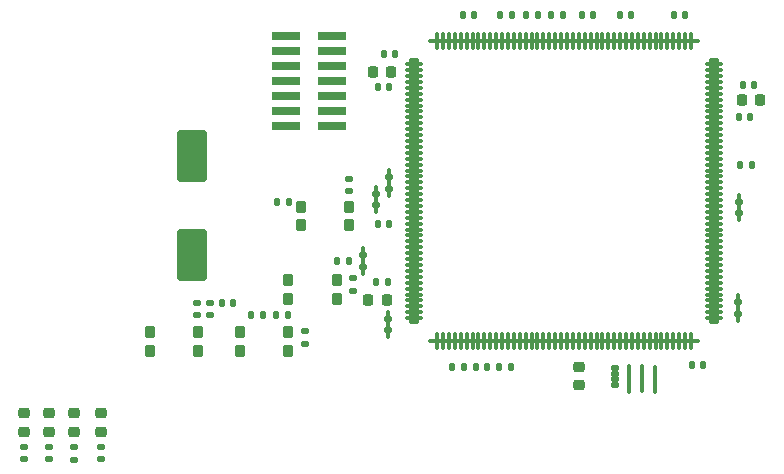
<source format=gbr>
<<<<<<< HEAD
%TF.GenerationSoftware,KiCad,Pcbnew,9.0.0*%
%TF.CreationDate,2025-03-28T10:16:05+01:00*%
%TF.ProjectId,test1,74657374-312e-46b6-9963-61645f706362,rev?*%
%TF.SameCoordinates,Original*%
%TF.FileFunction,Paste,Top*%
%TF.FilePolarity,Positive*%
%FSLAX46Y46*%
G04 Gerber Fmt 4.6, Leading zero omitted, Abs format (unit mm)*
G04 Created by KiCad (PCBNEW 9.0.0) date 2025-03-28 10:16:05*
%MOMM*%
%LPD*%
G01*
G04 APERTURE LIST*
G04 Aperture macros list*
%AMRoundRect*
0 Rectangle with rounded corners*
0 $1 Rounding radius*
0 $2 $3 $4 $5 $6 $7 $8 $9 X,Y pos of 4 corners*
0 Add a 4 corners polygon primitive as box body*
4,1,4,$2,$3,$4,$5,$6,$7,$8,$9,$2,$3,0*
0 Add four circle primitives for the rounded corners*
1,1,$1+$1,$2,$3*
1,1,$1+$1,$4,$5*
1,1,$1+$1,$6,$7*
1,1,$1+$1,$8,$9*
0 Add four rect primitives between the rounded corners*
20,1,$1+$1,$2,$3,$4,$5,0*
20,1,$1+$1,$4,$5,$6,$7,0*
20,1,$1+$1,$6,$7,$8,$9,0*
20,1,$1+$1,$8,$9,$2,$3,0*%
G04 Aperture macros list end*
%ADD10RoundRect,0.135000X0.185000X-0.135000X0.185000X0.135000X-0.185000X0.135000X-0.185000X-0.135000X0*%
%ADD11RoundRect,0.140000X-0.140000X-0.170000X0.140000X-0.170000X0.140000X0.170000X-0.140000X0.170000X0*%
%ADD12RoundRect,0.225000X-0.225000X-0.250000X0.225000X-0.250000X0.225000X0.250000X-0.225000X0.250000X0*%
%ADD13RoundRect,0.140000X-0.170000X0.140000X-0.170000X-0.140000X0.170000X-0.140000X0.170000X0.140000X0*%
%ADD14RoundRect,0.075000X0.075000X-0.675000X0.075000X0.675000X-0.075000X0.675000X-0.075000X-0.675000X0*%
%ADD15RoundRect,0.075000X0.675000X-0.075000X0.675000X0.075000X-0.675000X0.075000X-0.675000X-0.075000X0*%
%ADD16RoundRect,0.225000X-0.225000X-0.275000X0.225000X-0.275000X0.225000X0.275000X-0.225000X0.275000X0*%
%ADD17RoundRect,0.140000X0.140000X0.170000X-0.140000X0.170000X-0.140000X-0.170000X0.140000X-0.170000X0*%
%ADD18RoundRect,0.218750X0.256250X-0.218750X0.256250X0.218750X-0.256250X0.218750X-0.256250X-0.218750X0*%
%ADD19RoundRect,0.135000X-0.185000X0.135000X-0.185000X-0.135000X0.185000X-0.135000X0.185000X0.135000X0*%
%ADD20RoundRect,0.135000X-0.135000X-0.185000X0.135000X-0.185000X0.135000X0.185000X-0.135000X0.185000X0*%
%ADD21R,2.400000X0.740000*%
%ADD22RoundRect,0.250000X-1.000000X1.950000X-1.000000X-1.950000X1.000000X-1.950000X1.000000X1.950000X0*%
%ADD23RoundRect,0.225000X0.225000X0.250000X-0.225000X0.250000X-0.225000X-0.250000X0.225000X-0.250000X0*%
%ADD24RoundRect,0.135000X0.135000X0.185000X-0.135000X0.185000X-0.135000X-0.185000X0.135000X-0.185000X0*%
%ADD25RoundRect,0.225000X-0.250000X0.225000X-0.250000X-0.225000X0.250000X-0.225000X0.250000X0.225000X0*%
%ADD26RoundRect,0.140000X0.170000X-0.140000X0.170000X0.140000X-0.170000X0.140000X-0.170000X-0.140000X0*%
G04 APERTURE END LIST*
D10*
%TO.C,R13*%
X59000000Y-91020000D03*
X59000000Y-90000000D03*
%TD*%
D11*
%TO.C,C12*%
X81520000Y-95400000D03*
X82480000Y-95400000D03*
%TD*%
%TO.C,C19*%
X103920000Y-78300000D03*
X104880000Y-78300000D03*
%TD*%
D12*
%TO.C,C37*%
X104025000Y-72800000D03*
X105575000Y-72800000D03*
%TD*%
D13*
%TO.C,C36*%
X96700000Y-95940000D03*
X96700000Y-96900000D03*
%TD*%
D14*
%TO.C,U1*%
X78250000Y-93175000D03*
X78750000Y-93175000D03*
X79250000Y-93175000D03*
X79750000Y-93175000D03*
X80250000Y-93175000D03*
X80750000Y-93175000D03*
X81250000Y-93175000D03*
X81750000Y-93175000D03*
X82250000Y-93175000D03*
X82750000Y-93175000D03*
X83250000Y-93175000D03*
X83750000Y-93175000D03*
X84250000Y-93175000D03*
X84750000Y-93175000D03*
X85250000Y-93175000D03*
X85750000Y-93175000D03*
X86250000Y-93175000D03*
X86750000Y-93175000D03*
X87250000Y-93175000D03*
X87750000Y-93175000D03*
X88250000Y-93175000D03*
X88750000Y-93175000D03*
X89250000Y-93175000D03*
X89750000Y-93175000D03*
X90250000Y-93175000D03*
X90750000Y-93175000D03*
X91250000Y-93175000D03*
X91750000Y-93175000D03*
X92250000Y-93175000D03*
X92750000Y-93175000D03*
X93250000Y-93175000D03*
X93750000Y-93175000D03*
X94250000Y-93175000D03*
X94750000Y-93175000D03*
X95250000Y-93175000D03*
X95750000Y-93175000D03*
X96250000Y-93175000D03*
X96750000Y-93175000D03*
X97250000Y-93175000D03*
X97750000Y-93175000D03*
X98250000Y-93175000D03*
X98750000Y-93175000D03*
X99250000Y-93175000D03*
X99750000Y-93175000D03*
D15*
X101675000Y-91250000D03*
X101675000Y-90750000D03*
X101675000Y-90250000D03*
X101675000Y-89750000D03*
X101675000Y-89250000D03*
X101675000Y-88750000D03*
X101675000Y-88250000D03*
X101675000Y-87750000D03*
X101675000Y-87250000D03*
X101675000Y-86750000D03*
X101675000Y-86250000D03*
X101675000Y-85750000D03*
X101675000Y-85250000D03*
X101675000Y-84750000D03*
X101675000Y-84250000D03*
X101675000Y-83750000D03*
X101675000Y-83250000D03*
X101675000Y-82750000D03*
X101675000Y-82250000D03*
X101675000Y-81750000D03*
X101675000Y-81250000D03*
X101675000Y-80750000D03*
X101675000Y-80250000D03*
X101675000Y-79750000D03*
X101675000Y-79250000D03*
X101675000Y-78750000D03*
X101675000Y-78250000D03*
X101675000Y-77750000D03*
X101675000Y-77250000D03*
X101675000Y-76750000D03*
X101675000Y-76250000D03*
X101675000Y-75750000D03*
X101675000Y-75250000D03*
X101675000Y-74750000D03*
X101675000Y-74250000D03*
X101675000Y-73750000D03*
X101675000Y-73250000D03*
X101675000Y-72750000D03*
X101675000Y-72250000D03*
X101675000Y-71750000D03*
X101675000Y-71250000D03*
X101675000Y-70750000D03*
X101675000Y-70250000D03*
X101675000Y-69750000D03*
D14*
X99750000Y-67825000D03*
X99250000Y-67825000D03*
X98750000Y-67825000D03*
X98250000Y-67825000D03*
X97750000Y-67825000D03*
X97250000Y-67825000D03*
X96750000Y-67825000D03*
X96250000Y-67825000D03*
X95750000Y-67825000D03*
X95250000Y-67825000D03*
X94750000Y-67825000D03*
X94250000Y-67825000D03*
X93750000Y-67825000D03*
X93250000Y-67825000D03*
X92750000Y-67825000D03*
X92250000Y-67825000D03*
X91750000Y-67825000D03*
X91250000Y-67825000D03*
X90750000Y-67825000D03*
X90250000Y-67825000D03*
X89750000Y-67825000D03*
X89250000Y-67825000D03*
X88750000Y-67825000D03*
X88250000Y-67825000D03*
X87750000Y-67825000D03*
X87250000Y-67825000D03*
X86750000Y-67825000D03*
X86250000Y-67825000D03*
X85750000Y-67825000D03*
X85250000Y-67825000D03*
X84750000Y-67825000D03*
X84250000Y-67825000D03*
X83750000Y-67825000D03*
X83250000Y-67825000D03*
X82750000Y-67825000D03*
X82250000Y-67825000D03*
X81750000Y-67825000D03*
X81250000Y-67825000D03*
X80750000Y-67825000D03*
X80250000Y-67825000D03*
X79750000Y-67825000D03*
X79250000Y-67825000D03*
X78750000Y-67825000D03*
X78250000Y-67825000D03*
D15*
X76325000Y-69750000D03*
X76325000Y-70250000D03*
X76325000Y-70750000D03*
X76325000Y-71250000D03*
X76325000Y-71750000D03*
X76325000Y-72250000D03*
X76325000Y-72750000D03*
X76325000Y-73250000D03*
X76325000Y-73750000D03*
X76325000Y-74250000D03*
X76325000Y-74750000D03*
X76325000Y-75250000D03*
X76325000Y-75750000D03*
X76325000Y-76250000D03*
X76325000Y-76750000D03*
X76325000Y-77250000D03*
X76325000Y-77750000D03*
X76325000Y-78250000D03*
X76325000Y-78750000D03*
X76325000Y-79250000D03*
X76325000Y-79750000D03*
X76325000Y-80250000D03*
X76325000Y-80750000D03*
X76325000Y-81250000D03*
X76325000Y-81750000D03*
X76325000Y-82250000D03*
X76325000Y-82750000D03*
X76325000Y-83250000D03*
X76325000Y-83750000D03*
X76325000Y-84250000D03*
X76325000Y-84750000D03*
X76325000Y-85250000D03*
X76325000Y-85750000D03*
X76325000Y-86250000D03*
X76325000Y-86750000D03*
X76325000Y-87250000D03*
X76325000Y-87750000D03*
X76325000Y-88250000D03*
X76325000Y-88750000D03*
X76325000Y-89250000D03*
X76325000Y-89750000D03*
X76325000Y-90250000D03*
X76325000Y-90750000D03*
X76325000Y-91250000D03*
%TD*%
D16*
%TO.C,SW4*%
X65650000Y-88000000D03*
X69750000Y-88000000D03*
X65650000Y-89600000D03*
X69750000Y-89600000D03*
%TD*%
D13*
%TO.C,C33*%
X72000000Y-85940000D03*
X72000000Y-86900000D03*
%TD*%
D17*
%TO.C,C17*%
X80500000Y-95400000D03*
X79540000Y-95400000D03*
%TD*%
D13*
%TO.C,C27*%
X74200000Y-79320000D03*
X74200000Y-80280000D03*
%TD*%
D18*
%TO.C,D18*%
X43300000Y-100875000D03*
X43300000Y-99300000D03*
%TD*%
D17*
%TO.C,C18*%
X81380000Y-65600000D03*
X80420000Y-65600000D03*
%TD*%
D19*
%TO.C,R23*%
X49800000Y-102190000D03*
X49800000Y-103210000D03*
%TD*%
D20*
%TO.C,R15*%
X69790000Y-86400000D03*
X70810000Y-86400000D03*
%TD*%
D19*
%TO.C,R19*%
X71100000Y-87890000D03*
X71100000Y-88910000D03*
%TD*%
D16*
%TO.C,SW1*%
X66700000Y-81800000D03*
X70800000Y-81800000D03*
X66700000Y-83400000D03*
X70800000Y-83400000D03*
%TD*%
D17*
%TO.C,C22*%
X91480000Y-65600000D03*
X90520000Y-65600000D03*
%TD*%
D21*
%TO.C,J2*%
X65450000Y-67390000D03*
X69350000Y-67390000D03*
X65450000Y-68660000D03*
X69350000Y-68660000D03*
X65450000Y-69930000D03*
X69350000Y-69930000D03*
X65450000Y-71200000D03*
X69350000Y-71200000D03*
X65450000Y-72470000D03*
X69350000Y-72470000D03*
X65450000Y-73740000D03*
X69350000Y-73740000D03*
X65450000Y-75010000D03*
X69350000Y-75010000D03*
%TD*%
D17*
%TO.C,C43*%
X74680000Y-68900000D03*
X73720000Y-68900000D03*
%TD*%
D13*
%TO.C,C34*%
X94500000Y-95920000D03*
X94500000Y-96880000D03*
%TD*%
D19*
%TO.C,R21*%
X45400000Y-102190000D03*
X45400000Y-103210000D03*
%TD*%
D10*
%TO.C,R16*%
X70800000Y-80510000D03*
X70800000Y-79490000D03*
%TD*%
D11*
%TO.C,C21*%
X83520000Y-95400000D03*
X84480000Y-95400000D03*
%TD*%
D22*
%TO.C,C1*%
X57500000Y-77500000D03*
X57500000Y-85900000D03*
%TD*%
D23*
%TO.C,C38*%
X73975000Y-89700000D03*
X72425000Y-89700000D03*
%TD*%
D18*
%TO.C,D20*%
X47500000Y-100887500D03*
X47500000Y-99312500D03*
%TD*%
D19*
%TO.C,R18*%
X67100000Y-92380000D03*
X67100000Y-93400000D03*
%TD*%
D24*
%TO.C,R12*%
X65720000Y-81400000D03*
X64700000Y-81400000D03*
%TD*%
D17*
%TO.C,C25*%
X74180000Y-71700000D03*
X73220000Y-71700000D03*
%TD*%
D18*
%TO.C,D21*%
X49800000Y-100875000D03*
X49800000Y-99300000D03*
%TD*%
D17*
%TO.C,C31*%
X60980000Y-90000000D03*
X60020000Y-90000000D03*
%TD*%
D13*
%TO.C,C35*%
X95600000Y-95900000D03*
X95600000Y-96860000D03*
%TD*%
D11*
%TO.C,C23*%
X87920000Y-65600000D03*
X88880000Y-65600000D03*
%TD*%
D16*
%TO.C,SW3*%
X61550000Y-92400000D03*
X65650000Y-92400000D03*
X61550000Y-94000000D03*
X65650000Y-94000000D03*
%TD*%
D13*
%TO.C,C16*%
X103700000Y-89920000D03*
X103700000Y-90880000D03*
%TD*%
D19*
%TO.C,R22*%
X47500000Y-102200000D03*
X47500000Y-103220000D03*
%TD*%
%TO.C,R20*%
X43300000Y-102190000D03*
X43300000Y-103210000D03*
%TD*%
D13*
%TO.C,C28*%
X74100000Y-91320000D03*
X74100000Y-92280000D03*
%TD*%
D17*
%TO.C,C26*%
X94680000Y-65600000D03*
X93720000Y-65600000D03*
%TD*%
D25*
%TO.C,C29*%
X90300000Y-95362500D03*
X90300000Y-96912500D03*
%TD*%
D18*
%TO.C,D19*%
X45400000Y-100875000D03*
X45400000Y-99300000D03*
%TD*%
D11*
%TO.C,C32*%
X62520000Y-91000000D03*
X63480000Y-91000000D03*
%TD*%
D16*
%TO.C,SW2*%
X53950000Y-92400000D03*
X58050000Y-92400000D03*
X53950000Y-94000000D03*
X58050000Y-94000000D03*
%TD*%
D17*
%TO.C,C44*%
X74080000Y-88200000D03*
X73120000Y-88200000D03*
%TD*%
D13*
%TO.C,C14*%
X103800000Y-81420000D03*
X103800000Y-82380000D03*
%TD*%
D11*
%TO.C,C41*%
X85820000Y-65600000D03*
X86780000Y-65600000D03*
%TD*%
%TO.C,C42*%
X103820000Y-74200000D03*
X104780000Y-74200000D03*
%TD*%
%TO.C,C40*%
X83620000Y-65600000D03*
X84580000Y-65600000D03*
%TD*%
%TO.C,C15*%
X104140000Y-71500000D03*
X105100000Y-71500000D03*
%TD*%
%TO.C,C20*%
X99820000Y-95200000D03*
X100780000Y-95200000D03*
%TD*%
D10*
%TO.C,R17*%
X57900000Y-91020000D03*
X57900000Y-90000000D03*
%TD*%
D26*
%TO.C,C39*%
X93300000Y-96950000D03*
X93300000Y-95990000D03*
%TD*%
D17*
%TO.C,C24*%
X74180000Y-83300000D03*
X73220000Y-83300000D03*
%TD*%
D24*
%TO.C,R14*%
X65610000Y-91000000D03*
X64590000Y-91000000D03*
%TD*%
D11*
%TO.C,C13*%
X98320000Y-65600000D03*
X99280000Y-65600000D03*
%TD*%
D13*
%TO.C,C30*%
X73100000Y-80720000D03*
X73100000Y-81680000D03*
%TD*%
D23*
%TO.C,C45*%
X74350000Y-70400000D03*
X72800000Y-70400000D03*
%TD*%
M02*
=======
%TF.GenerationSoftware,KiCad,Pcbnew,8.0.7*%
%TF.CreationDate,2025-02-10T20:26:25+01:00*%
%TF.ProjectId,test1,74657374-312e-46b6-9963-61645f706362,rev?*%
%TF.SameCoordinates,Original*%
%TF.FileFunction,Paste,Top*%
%TF.FilePolarity,Positive*%
%FSLAX46Y46*%
G04 Gerber Fmt 4.6, Leading zero omitted, Abs format (unit mm)*
G04 Created by KiCad (PCBNEW 8.0.7) date 2025-02-10 20:26:25*
%MOMM*%
%LPD*%
G01*
G04 APERTURE LIST*
G04 Aperture macros list*
%AMRoundRect*
0 Rectangle with rounded corners*
0 $1 Rounding radius*
0 $2 $3 $4 $5 $6 $7 $8 $9 X,Y pos of 4 corners*
0 Add a 4 corners polygon primitive as box body*
4,1,4,$2,$3,$4,$5,$6,$7,$8,$9,$2,$3,0*
0 Add four circle primitives for the rounded corners*
1,1,$1+$1,$2,$3*
1,1,$1+$1,$4,$5*
1,1,$1+$1,$6,$7*
1,1,$1+$1,$8,$9*
0 Add four rect primitives between the rounded corners*
20,1,$1+$1,$2,$3,$4,$5,0*
20,1,$1+$1,$4,$5,$6,$7,0*
20,1,$1+$1,$6,$7,$8,$9,0*
20,1,$1+$1,$8,$9,$2,$3,0*%
G04 Aperture macros list end*
%ADD10RoundRect,0.135000X0.185000X-0.135000X0.185000X0.135000X-0.185000X0.135000X-0.185000X-0.135000X0*%
%ADD11RoundRect,0.140000X-0.140000X-0.170000X0.140000X-0.170000X0.140000X0.170000X-0.140000X0.170000X0*%
%ADD12RoundRect,0.225000X-0.225000X-0.250000X0.225000X-0.250000X0.225000X0.250000X-0.225000X0.250000X0*%
%ADD13RoundRect,0.075000X0.075000X-0.675000X0.075000X0.675000X-0.075000X0.675000X-0.075000X-0.675000X0*%
%ADD14RoundRect,0.075000X0.675000X-0.075000X0.675000X0.075000X-0.675000X0.075000X-0.675000X-0.075000X0*%
%ADD15RoundRect,0.225000X-0.225000X-0.275000X0.225000X-0.275000X0.225000X0.275000X-0.225000X0.275000X0*%
%ADD16RoundRect,0.140000X-0.170000X0.140000X-0.170000X-0.140000X0.170000X-0.140000X0.170000X0.140000X0*%
%ADD17RoundRect,0.140000X0.140000X0.170000X-0.140000X0.170000X-0.140000X-0.170000X0.140000X-0.170000X0*%
%ADD18RoundRect,0.218750X0.256250X-0.218750X0.256250X0.218750X-0.256250X0.218750X-0.256250X-0.218750X0*%
%ADD19RoundRect,0.135000X-0.185000X0.135000X-0.185000X-0.135000X0.185000X-0.135000X0.185000X0.135000X0*%
%ADD20RoundRect,0.135000X-0.135000X-0.185000X0.135000X-0.185000X0.135000X0.185000X-0.135000X0.185000X0*%
%ADD21R,2.400000X0.740000*%
%ADD22RoundRect,0.250000X-1.000000X1.950000X-1.000000X-1.950000X1.000000X-1.950000X1.000000X1.950000X0*%
%ADD23RoundRect,0.225000X0.225000X0.250000X-0.225000X0.250000X-0.225000X-0.250000X0.225000X-0.250000X0*%
%ADD24RoundRect,0.135000X0.135000X0.185000X-0.135000X0.185000X-0.135000X-0.185000X0.135000X-0.185000X0*%
%ADD25RoundRect,0.225000X-0.250000X0.225000X-0.250000X-0.225000X0.250000X-0.225000X0.250000X0.225000X0*%
%ADD26RoundRect,0.140000X0.170000X-0.140000X0.170000X0.140000X-0.170000X0.140000X-0.170000X-0.140000X0*%
G04 APERTURE END LIST*
D10*
%TO.C,R13*%
X59000000Y-91020000D03*
X59000000Y-90000000D03*
%TD*%
D11*
%TO.C,C12*%
X81520000Y-95400000D03*
X82480000Y-95400000D03*
%TD*%
%TO.C,C19*%
X103920000Y-78300000D03*
X104880000Y-78300000D03*
%TD*%
D12*
%TO.C,C37*%
X104025000Y-72800000D03*
X105575000Y-72800000D03*
%TD*%
D13*
%TO.C,U1*%
X78250000Y-93175000D03*
X78750000Y-93175000D03*
X79250000Y-93175000D03*
X79750000Y-93175000D03*
X80250000Y-93175000D03*
X80750000Y-93175000D03*
X81250000Y-93175000D03*
X81750000Y-93175000D03*
X82250000Y-93175000D03*
X82750000Y-93175000D03*
X83250000Y-93175000D03*
X83750000Y-93175000D03*
X84250000Y-93175000D03*
X84750000Y-93175000D03*
X85250000Y-93175000D03*
X85750000Y-93175000D03*
X86250000Y-93175000D03*
X86750000Y-93175000D03*
X87250000Y-93175000D03*
X87750000Y-93175000D03*
X88250000Y-93175000D03*
X88750000Y-93175000D03*
X89250000Y-93175000D03*
X89750000Y-93175000D03*
X90250000Y-93175000D03*
X90750000Y-93175000D03*
X91250000Y-93175000D03*
X91750000Y-93175000D03*
X92250000Y-93175000D03*
X92750000Y-93175000D03*
X93250000Y-93175000D03*
X93750000Y-93175000D03*
X94250000Y-93175000D03*
X94750000Y-93175000D03*
X95250000Y-93175000D03*
X95750000Y-93175000D03*
X96250000Y-93175000D03*
X96750000Y-93175000D03*
X97250000Y-93175000D03*
X97750000Y-93175000D03*
X98250000Y-93175000D03*
X98750000Y-93175000D03*
X99250000Y-93175000D03*
X99750000Y-93175000D03*
D14*
X101675000Y-91250000D03*
X101675000Y-90750000D03*
X101675000Y-90250000D03*
X101675000Y-89750000D03*
X101675000Y-89250000D03*
X101675000Y-88750000D03*
X101675000Y-88250000D03*
X101675000Y-87750000D03*
X101675000Y-87250000D03*
X101675000Y-86750000D03*
X101675000Y-86250000D03*
X101675000Y-85750000D03*
X101675000Y-85250000D03*
X101675000Y-84750000D03*
X101675000Y-84250000D03*
X101675000Y-83750000D03*
X101675000Y-83250000D03*
X101675000Y-82750000D03*
X101675000Y-82250000D03*
X101675000Y-81750000D03*
X101675000Y-81250000D03*
X101675000Y-80750000D03*
X101675000Y-80250000D03*
X101675000Y-79750000D03*
X101675000Y-79250000D03*
X101675000Y-78750000D03*
X101675000Y-78250000D03*
X101675000Y-77750000D03*
X101675000Y-77250000D03*
X101675000Y-76750000D03*
X101675000Y-76250000D03*
X101675000Y-75750000D03*
X101675000Y-75250000D03*
X101675000Y-74750000D03*
X101675000Y-74250000D03*
X101675000Y-73750000D03*
X101675000Y-73250000D03*
X101675000Y-72750000D03*
X101675000Y-72250000D03*
X101675000Y-71750000D03*
X101675000Y-71250000D03*
X101675000Y-70750000D03*
X101675000Y-70250000D03*
X101675000Y-69750000D03*
D13*
X99750000Y-67825000D03*
X99250000Y-67825000D03*
X98750000Y-67825000D03*
X98250000Y-67825000D03*
X97750000Y-67825000D03*
X97250000Y-67825000D03*
X96750000Y-67825000D03*
X96250000Y-67825000D03*
X95750000Y-67825000D03*
X95250000Y-67825000D03*
X94750000Y-67825000D03*
X94250000Y-67825000D03*
X93750000Y-67825000D03*
X93250000Y-67825000D03*
X92750000Y-67825000D03*
X92250000Y-67825000D03*
X91750000Y-67825000D03*
X91250000Y-67825000D03*
X90750000Y-67825000D03*
X90250000Y-67825000D03*
X89750000Y-67825000D03*
X89250000Y-67825000D03*
X88750000Y-67825000D03*
X88250000Y-67825000D03*
X87750000Y-67825000D03*
X87250000Y-67825000D03*
X86750000Y-67825000D03*
X86250000Y-67825000D03*
X85750000Y-67825000D03*
X85250000Y-67825000D03*
X84750000Y-67825000D03*
X84250000Y-67825000D03*
X83750000Y-67825000D03*
X83250000Y-67825000D03*
X82750000Y-67825000D03*
X82250000Y-67825000D03*
X81750000Y-67825000D03*
X81250000Y-67825000D03*
X80750000Y-67825000D03*
X80250000Y-67825000D03*
X79750000Y-67825000D03*
X79250000Y-67825000D03*
X78750000Y-67825000D03*
X78250000Y-67825000D03*
D14*
X76325000Y-69750000D03*
X76325000Y-70250000D03*
X76325000Y-70750000D03*
X76325000Y-71250000D03*
X76325000Y-71750000D03*
X76325000Y-72250000D03*
X76325000Y-72750000D03*
X76325000Y-73250000D03*
X76325000Y-73750000D03*
X76325000Y-74250000D03*
X76325000Y-74750000D03*
X76325000Y-75250000D03*
X76325000Y-75750000D03*
X76325000Y-76250000D03*
X76325000Y-76750000D03*
X76325000Y-77250000D03*
X76325000Y-77750000D03*
X76325000Y-78250000D03*
X76325000Y-78750000D03*
X76325000Y-79250000D03*
X76325000Y-79750000D03*
X76325000Y-80250000D03*
X76325000Y-80750000D03*
X76325000Y-81250000D03*
X76325000Y-81750000D03*
X76325000Y-82250000D03*
X76325000Y-82750000D03*
X76325000Y-83250000D03*
X76325000Y-83750000D03*
X76325000Y-84250000D03*
X76325000Y-84750000D03*
X76325000Y-85250000D03*
X76325000Y-85750000D03*
X76325000Y-86250000D03*
X76325000Y-86750000D03*
X76325000Y-87250000D03*
X76325000Y-87750000D03*
X76325000Y-88250000D03*
X76325000Y-88750000D03*
X76325000Y-89250000D03*
X76325000Y-89750000D03*
X76325000Y-90250000D03*
X76325000Y-90750000D03*
X76325000Y-91250000D03*
%TD*%
D15*
%TO.C,SW4*%
X65650000Y-88000000D03*
X69750000Y-88000000D03*
X65650000Y-89600000D03*
X69750000Y-89600000D03*
%TD*%
D16*
%TO.C,C33*%
X72000000Y-85940000D03*
X72000000Y-86900000D03*
%TD*%
D17*
%TO.C,C17*%
X80500000Y-95400000D03*
X79540000Y-95400000D03*
%TD*%
D16*
%TO.C,C27*%
X74200000Y-79320000D03*
X74200000Y-80280000D03*
%TD*%
D18*
%TO.C,D18*%
X43300000Y-100875000D03*
X43300000Y-99300000D03*
%TD*%
D17*
%TO.C,C18*%
X81380000Y-65600000D03*
X80420000Y-65600000D03*
%TD*%
D19*
%TO.C,R23*%
X49800000Y-102190000D03*
X49800000Y-103210000D03*
%TD*%
D20*
%TO.C,R15*%
X69790000Y-86400000D03*
X70810000Y-86400000D03*
%TD*%
D19*
%TO.C,R19*%
X71100000Y-87890000D03*
X71100000Y-88910000D03*
%TD*%
D15*
%TO.C,SW1*%
X66700000Y-81800000D03*
X70800000Y-81800000D03*
X66700000Y-83400000D03*
X70800000Y-83400000D03*
%TD*%
D17*
%TO.C,C22*%
X91480000Y-65600000D03*
X90520000Y-65600000D03*
%TD*%
D21*
%TO.C,J2*%
X65450000Y-67390000D03*
X69350000Y-67390000D03*
X65450000Y-68660000D03*
X69350000Y-68660000D03*
X65450000Y-69930000D03*
X69350000Y-69930000D03*
X65450000Y-71200000D03*
X69350000Y-71200000D03*
X65450000Y-72470000D03*
X69350000Y-72470000D03*
X65450000Y-73740000D03*
X69350000Y-73740000D03*
X65450000Y-75010000D03*
X69350000Y-75010000D03*
%TD*%
D17*
%TO.C,C43*%
X74680000Y-68900000D03*
X73720000Y-68900000D03*
%TD*%
D19*
%TO.C,R21*%
X45400000Y-102190000D03*
X45400000Y-103210000D03*
%TD*%
D10*
%TO.C,R16*%
X70800000Y-80510000D03*
X70800000Y-79490000D03*
%TD*%
D11*
%TO.C,C21*%
X83520000Y-95400000D03*
X84480000Y-95400000D03*
%TD*%
D22*
%TO.C,C1*%
X57500000Y-77500000D03*
X57500000Y-85900000D03*
%TD*%
D23*
%TO.C,C38*%
X73975000Y-89700000D03*
X72425000Y-89700000D03*
%TD*%
D18*
%TO.C,D20*%
X47500000Y-100887500D03*
X47500000Y-99312500D03*
%TD*%
D19*
%TO.C,R18*%
X67100000Y-92380000D03*
X67100000Y-93400000D03*
%TD*%
D24*
%TO.C,R12*%
X65720000Y-81400000D03*
X64700000Y-81400000D03*
%TD*%
D17*
%TO.C,C25*%
X74180000Y-71700000D03*
X73220000Y-71700000D03*
%TD*%
D18*
%TO.C,D21*%
X49800000Y-100875000D03*
X49800000Y-99300000D03*
%TD*%
D17*
%TO.C,C31*%
X60980000Y-90000000D03*
X60020000Y-90000000D03*
%TD*%
D11*
%TO.C,C23*%
X87920000Y-65600000D03*
X88880000Y-65600000D03*
%TD*%
D15*
%TO.C,SW3*%
X61550000Y-92400000D03*
X65650000Y-92400000D03*
X61550000Y-94000000D03*
X65650000Y-94000000D03*
%TD*%
D16*
%TO.C,C16*%
X103700000Y-89920000D03*
X103700000Y-90880000D03*
%TD*%
D19*
%TO.C,R22*%
X47500000Y-102200000D03*
X47500000Y-103220000D03*
%TD*%
%TO.C,R20*%
X43300000Y-102190000D03*
X43300000Y-103210000D03*
%TD*%
D16*
%TO.C,C28*%
X74100000Y-91320000D03*
X74100000Y-92280000D03*
%TD*%
D17*
%TO.C,C26*%
X94680000Y-65600000D03*
X93720000Y-65600000D03*
%TD*%
D25*
%TO.C,C29*%
X90300000Y-95362500D03*
X90300000Y-96912500D03*
%TD*%
D18*
%TO.C,D19*%
X45400000Y-100875000D03*
X45400000Y-99300000D03*
%TD*%
D11*
%TO.C,C32*%
X62520000Y-91000000D03*
X63480000Y-91000000D03*
%TD*%
D15*
%TO.C,SW2*%
X53950000Y-92400000D03*
X58050000Y-92400000D03*
X53950000Y-94000000D03*
X58050000Y-94000000D03*
%TD*%
D17*
%TO.C,C44*%
X74080000Y-88200000D03*
X73120000Y-88200000D03*
%TD*%
D16*
%TO.C,C14*%
X103800000Y-81420000D03*
X103800000Y-82380000D03*
%TD*%
D11*
%TO.C,C41*%
X85820000Y-65600000D03*
X86780000Y-65600000D03*
%TD*%
%TO.C,C42*%
X104780000Y-74200000D03*
X103820000Y-74200000D03*
%TD*%
%TO.C,C40*%
X83620000Y-65600000D03*
X84580000Y-65600000D03*
%TD*%
%TO.C,C15*%
X104140000Y-71500000D03*
X105100000Y-71500000D03*
%TD*%
%TO.C,C20*%
X99820000Y-95200000D03*
X100780000Y-95200000D03*
%TD*%
D10*
%TO.C,R17*%
X57900000Y-91020000D03*
X57900000Y-90000000D03*
%TD*%
D26*
%TO.C,C39*%
X93300000Y-96400000D03*
X93300000Y-95440000D03*
%TD*%
D17*
%TO.C,C24*%
X74180000Y-83300000D03*
X73220000Y-83300000D03*
%TD*%
D24*
%TO.C,R14*%
X65610000Y-91000000D03*
X64590000Y-91000000D03*
%TD*%
D11*
%TO.C,C13*%
X98320000Y-65600000D03*
X99280000Y-65600000D03*
%TD*%
D16*
%TO.C,C30*%
X73100000Y-80720000D03*
X73100000Y-81680000D03*
%TD*%
D23*
%TO.C,C45*%
X74350000Y-70400000D03*
X72800000Y-70400000D03*
%TD*%
M02*
>>>>>>> eca5bd43e53bee708a97bf4f1251219196013499

</source>
